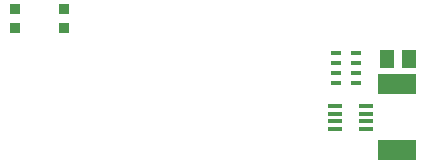
<source format=gbr>
G04 EAGLE Gerber RS-274X export*
G75*
%MOMM*%
%FSLAX34Y34*%
%LPD*%
%INSolderpaste Top*%
%IPPOS*%
%AMOC8*
5,1,8,0,0,1.08239X$1,22.5*%
G01*
%ADD10R,1.200000X0.400000*%
%ADD11R,1.300000X1.500000*%
%ADD12R,3.200000X1.800000*%
%ADD13R,0.900000X0.900000*%
%ADD14R,0.900000X0.450000*%


D10*
X390190Y104550D03*
X364190Y104550D03*
X390190Y111050D03*
X390190Y117550D03*
X390190Y124050D03*
X364190Y124050D03*
X364190Y117550D03*
X364190Y111050D03*
D11*
X408330Y163830D03*
X427330Y163830D03*
D12*
X416560Y142300D03*
X416560Y86300D03*
D13*
X134800Y206120D03*
X134800Y190120D03*
X93800Y190120D03*
X93800Y206120D03*
D14*
X381880Y169210D03*
X364880Y169210D03*
X381880Y160210D03*
X381880Y152210D03*
X381880Y143210D03*
X364880Y143210D03*
X364880Y160210D03*
X364880Y152210D03*
M02*

</source>
